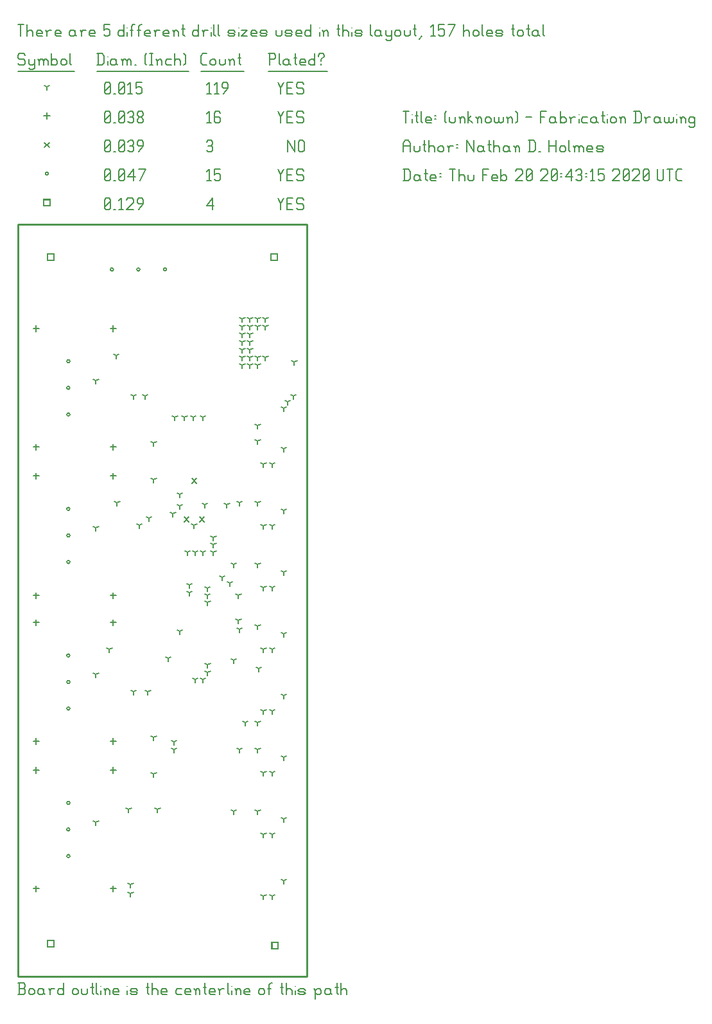
<source format=gbr>
G04 start of page 13 for group -3984 idx -3984 *
G04 Title: (unknown), fab *
G04 Creator: pcb 4.0.2 *
G04 CreationDate: Thu Feb 20 20:43:15 2020 UTC *
G04 For: ndholmes *
G04 Format: Gerber/RS-274X *
G04 PCB-Dimensions (mil): 1500.00 3900.00 *
G04 PCB-Coordinate-Origin: lower left *
%MOIN*%
%FSLAX25Y25*%
%LNFAB*%
%ADD67C,0.0100*%
%ADD66C,0.0075*%
%ADD65C,0.0060*%
%ADD64R,0.0080X0.0080*%
G54D64*X131400Y374600D02*X134600D01*
X131400D02*Y371400D01*
X134600D01*
Y374600D02*Y371400D01*
X131900Y17600D02*X135100D01*
X131900D02*Y14400D01*
X135100D01*
Y17600D02*Y14400D01*
X15400Y18600D02*X18600D01*
X15400D02*Y15400D01*
X18600D01*
Y18600D02*Y15400D01*
X15400Y374600D02*X18600D01*
X15400D02*Y371400D01*
X18600D01*
Y374600D02*Y371400D01*
X13400Y402850D02*X16600D01*
X13400D02*Y399650D01*
X16600D01*
Y402850D02*Y399650D01*
G54D65*X135000Y403500D02*X136500Y400500D01*
X138000Y403500D01*
X136500Y400500D02*Y397500D01*
X139800Y400800D02*X142050D01*
X139800Y397500D02*X142800D01*
X139800Y403500D02*Y397500D01*
Y403500D02*X142800D01*
X147600D02*X148350Y402750D01*
X145350Y403500D02*X147600D01*
X144600Y402750D02*X145350Y403500D01*
X144600Y402750D02*Y401250D01*
X145350Y400500D01*
X147600D01*
X148350Y399750D01*
Y398250D01*
X147600Y397500D02*X148350Y398250D01*
X145350Y397500D02*X147600D01*
X144600Y398250D02*X145350Y397500D01*
X98000Y399750D02*X101000Y403500D01*
X98000Y399750D02*X101750D01*
X101000Y403500D02*Y397500D01*
X45000Y398250D02*X45750Y397500D01*
X45000Y402750D02*Y398250D01*
Y402750D02*X45750Y403500D01*
X47250D01*
X48000Y402750D01*
Y398250D01*
X47250Y397500D02*X48000Y398250D01*
X45750Y397500D02*X47250D01*
X45000Y399000D02*X48000Y402000D01*
X49800Y397500D02*X50550D01*
X52350Y402300D02*X53550Y403500D01*
Y397500D01*
X52350D02*X54600D01*
X56400Y402750D02*X57150Y403500D01*
X59400D01*
X60150Y402750D01*
Y401250D01*
X56400Y397500D02*X60150Y401250D01*
X56400Y397500D02*X60150D01*
X62700D02*X64950Y400500D01*
Y402750D02*Y400500D01*
X64200Y403500D02*X64950Y402750D01*
X62700Y403500D02*X64200D01*
X61950Y402750D02*X62700Y403500D01*
X61950Y402750D02*Y401250D01*
X62700Y400500D01*
X64950D01*
X25373Y318945D02*G75*G03X26973Y318945I800J0D01*G01*
G75*G03X25373Y318945I-800J0D01*G01*
Y305165D02*G75*G03X26973Y305165I800J0D01*G01*
G75*G03X25373Y305165I-800J0D01*G01*
Y291386D02*G75*G03X26973Y291386I800J0D01*G01*
G75*G03X25373Y291386I-800J0D01*G01*
Y242445D02*G75*G03X26973Y242445I800J0D01*G01*
G75*G03X25373Y242445I-800J0D01*G01*
Y228665D02*G75*G03X26973Y228665I800J0D01*G01*
G75*G03X25373Y228665I-800J0D01*G01*
Y214886D02*G75*G03X26973Y214886I800J0D01*G01*
G75*G03X25373Y214886I-800J0D01*G01*
Y166445D02*G75*G03X26973Y166445I800J0D01*G01*
G75*G03X25373Y166445I-800J0D01*G01*
Y152665D02*G75*G03X26973Y152665I800J0D01*G01*
G75*G03X25373Y152665I-800J0D01*G01*
Y138886D02*G75*G03X26973Y138886I800J0D01*G01*
G75*G03X25373Y138886I-800J0D01*G01*
Y89945D02*G75*G03X26973Y89945I800J0D01*G01*
G75*G03X25373Y89945I-800J0D01*G01*
Y76165D02*G75*G03X26973Y76165I800J0D01*G01*
G75*G03X25373Y76165I-800J0D01*G01*
Y62386D02*G75*G03X26973Y62386I800J0D01*G01*
G75*G03X25373Y62386I-800J0D01*G01*
X75527Y366555D02*G75*G03X77127Y366555I800J0D01*G01*
G75*G03X75527Y366555I-800J0D01*G01*
X61747D02*G75*G03X63347Y366555I800J0D01*G01*
G75*G03X61747Y366555I-800J0D01*G01*
X47968D02*G75*G03X49568Y366555I800J0D01*G01*
G75*G03X47968Y366555I-800J0D01*G01*
X14200Y416250D02*G75*G03X15800Y416250I800J0D01*G01*
G75*G03X14200Y416250I-800J0D01*G01*
X135000Y418500D02*X136500Y415500D01*
X138000Y418500D01*
X136500Y415500D02*Y412500D01*
X139800Y415800D02*X142050D01*
X139800Y412500D02*X142800D01*
X139800Y418500D02*Y412500D01*
Y418500D02*X142800D01*
X147600D02*X148350Y417750D01*
X145350Y418500D02*X147600D01*
X144600Y417750D02*X145350Y418500D01*
X144600Y417750D02*Y416250D01*
X145350Y415500D01*
X147600D01*
X148350Y414750D01*
Y413250D01*
X147600Y412500D02*X148350Y413250D01*
X145350Y412500D02*X147600D01*
X144600Y413250D02*X145350Y412500D01*
X98000Y417300D02*X99200Y418500D01*
Y412500D01*
X98000D02*X100250D01*
X102050Y418500D02*X105050D01*
X102050D02*Y415500D01*
X102800Y416250D01*
X104300D01*
X105050Y415500D01*
Y413250D01*
X104300Y412500D02*X105050Y413250D01*
X102800Y412500D02*X104300D01*
X102050Y413250D02*X102800Y412500D01*
X45000Y413250D02*X45750Y412500D01*
X45000Y417750D02*Y413250D01*
Y417750D02*X45750Y418500D01*
X47250D01*
X48000Y417750D01*
Y413250D01*
X47250Y412500D02*X48000Y413250D01*
X45750Y412500D02*X47250D01*
X45000Y414000D02*X48000Y417000D01*
X49800Y412500D02*X50550D01*
X52350Y413250D02*X53100Y412500D01*
X52350Y417750D02*Y413250D01*
Y417750D02*X53100Y418500D01*
X54600D01*
X55350Y417750D01*
Y413250D01*
X54600Y412500D02*X55350Y413250D01*
X53100Y412500D02*X54600D01*
X52350Y414000D02*X55350Y417000D01*
X57150Y414750D02*X60150Y418500D01*
X57150Y414750D02*X60900D01*
X60150Y418500D02*Y412500D01*
X63450D02*X66450Y418500D01*
X62700D02*X66450D01*
X90300Y258200D02*X92700Y255800D01*
X90300D02*X92700Y258200D01*
X94300Y238200D02*X96700Y235800D01*
X94300D02*X96700Y238200D01*
X86300D02*X88700Y235800D01*
X86300D02*X88700Y238200D01*
X13800Y432450D02*X16200Y430050D01*
X13800D02*X16200Y432450D01*
X140000Y433500D02*Y427500D01*
Y433500D02*X143750Y427500D01*
Y433500D02*Y427500D01*
X145550Y432750D02*Y428250D01*
Y432750D02*X146300Y433500D01*
X147800D01*
X148550Y432750D01*
Y428250D01*
X147800Y427500D02*X148550Y428250D01*
X146300Y427500D02*X147800D01*
X145550Y428250D02*X146300Y427500D01*
X98000Y432750D02*X98750Y433500D01*
X100250D01*
X101000Y432750D01*
X100250Y427500D02*X101000Y428250D01*
X98750Y427500D02*X100250D01*
X98000Y428250D02*X98750Y427500D01*
Y430800D02*X100250D01*
X101000Y432750D02*Y431550D01*
Y430050D02*Y428250D01*
Y430050D02*X100250Y430800D01*
X101000Y431550D02*X100250Y430800D01*
X45000Y428250D02*X45750Y427500D01*
X45000Y432750D02*Y428250D01*
Y432750D02*X45750Y433500D01*
X47250D01*
X48000Y432750D01*
Y428250D01*
X47250Y427500D02*X48000Y428250D01*
X45750Y427500D02*X47250D01*
X45000Y429000D02*X48000Y432000D01*
X49800Y427500D02*X50550D01*
X52350Y428250D02*X53100Y427500D01*
X52350Y432750D02*Y428250D01*
Y432750D02*X53100Y433500D01*
X54600D01*
X55350Y432750D01*
Y428250D01*
X54600Y427500D02*X55350Y428250D01*
X53100Y427500D02*X54600D01*
X52350Y429000D02*X55350Y432000D01*
X57150Y432750D02*X57900Y433500D01*
X59400D01*
X60150Y432750D01*
X59400Y427500D02*X60150Y428250D01*
X57900Y427500D02*X59400D01*
X57150Y428250D02*X57900Y427500D01*
Y430800D02*X59400D01*
X60150Y432750D02*Y431550D01*
Y430050D02*Y428250D01*
Y430050D02*X59400Y430800D01*
X60150Y431550D02*X59400Y430800D01*
X62700Y427500D02*X64950Y430500D01*
Y432750D02*Y430500D01*
X64200Y433500D02*X64950Y432750D01*
X62700Y433500D02*X64200D01*
X61950Y432750D02*X62700Y433500D01*
X61950Y432750D02*Y431250D01*
X62700Y430500D01*
X64950D01*
X49500Y337600D02*Y334400D01*
X47900Y336000D02*X51100D01*
X9500Y337600D02*Y334400D01*
X7900Y336000D02*X11100D01*
X49500Y276100D02*Y272900D01*
X47900Y274500D02*X51100D01*
X9500Y276100D02*Y272900D01*
X7900Y274500D02*X11100D01*
X49500Y261100D02*Y257900D01*
X47900Y259500D02*X51100D01*
X9500Y261100D02*Y257900D01*
X7900Y259500D02*X11100D01*
X49500Y47100D02*Y43900D01*
X47900Y45500D02*X51100D01*
X9500Y47100D02*Y43900D01*
X7900Y45500D02*X11100D01*
X49500Y199100D02*Y195900D01*
X47900Y197500D02*X51100D01*
X9500Y199100D02*Y195900D01*
X7900Y197500D02*X11100D01*
X49500Y185100D02*Y181900D01*
X47900Y183500D02*X51100D01*
X9500Y185100D02*Y181900D01*
X7900Y183500D02*X11100D01*
X49500Y123600D02*Y120400D01*
X47900Y122000D02*X51100D01*
X9500Y123600D02*Y120400D01*
X7900Y122000D02*X11100D01*
X49500Y108600D02*Y105400D01*
X47900Y107000D02*X51100D01*
X9500Y108600D02*Y105400D01*
X7900Y107000D02*X11100D01*
X15000Y447850D02*Y444650D01*
X13400Y446250D02*X16600D01*
X135000Y448500D02*X136500Y445500D01*
X138000Y448500D01*
X136500Y445500D02*Y442500D01*
X139800Y445800D02*X142050D01*
X139800Y442500D02*X142800D01*
X139800Y448500D02*Y442500D01*
Y448500D02*X142800D01*
X147600D02*X148350Y447750D01*
X145350Y448500D02*X147600D01*
X144600Y447750D02*X145350Y448500D01*
X144600Y447750D02*Y446250D01*
X145350Y445500D01*
X147600D01*
X148350Y444750D01*
Y443250D01*
X147600Y442500D02*X148350Y443250D01*
X145350Y442500D02*X147600D01*
X144600Y443250D02*X145350Y442500D01*
X98000Y447300D02*X99200Y448500D01*
Y442500D01*
X98000D02*X100250D01*
X104300Y448500D02*X105050Y447750D01*
X102800Y448500D02*X104300D01*
X102050Y447750D02*X102800Y448500D01*
X102050Y447750D02*Y443250D01*
X102800Y442500D01*
X104300Y445800D02*X105050Y445050D01*
X102050Y445800D02*X104300D01*
X102800Y442500D02*X104300D01*
X105050Y443250D01*
Y445050D02*Y443250D01*
X45000D02*X45750Y442500D01*
X45000Y447750D02*Y443250D01*
Y447750D02*X45750Y448500D01*
X47250D01*
X48000Y447750D01*
Y443250D01*
X47250Y442500D02*X48000Y443250D01*
X45750Y442500D02*X47250D01*
X45000Y444000D02*X48000Y447000D01*
X49800Y442500D02*X50550D01*
X52350Y443250D02*X53100Y442500D01*
X52350Y447750D02*Y443250D01*
Y447750D02*X53100Y448500D01*
X54600D01*
X55350Y447750D01*
Y443250D01*
X54600Y442500D02*X55350Y443250D01*
X53100Y442500D02*X54600D01*
X52350Y444000D02*X55350Y447000D01*
X57150Y447750D02*X57900Y448500D01*
X59400D01*
X60150Y447750D01*
X59400Y442500D02*X60150Y443250D01*
X57900Y442500D02*X59400D01*
X57150Y443250D02*X57900Y442500D01*
Y445800D02*X59400D01*
X60150Y447750D02*Y446550D01*
Y445050D02*Y443250D01*
Y445050D02*X59400Y445800D01*
X60150Y446550D02*X59400Y445800D01*
X61950Y443250D02*X62700Y442500D01*
X61950Y444450D02*Y443250D01*
Y444450D02*X63000Y445500D01*
X63900D01*
X64950Y444450D01*
Y443250D01*
X64200Y442500D02*X64950Y443250D01*
X62700Y442500D02*X64200D01*
X61950Y446550D02*X63000Y445500D01*
X61950Y447750D02*Y446550D01*
Y447750D02*X62700Y448500D01*
X64200D01*
X64950Y447750D01*
Y446550D01*
X63900Y445500D02*X64950Y446550D01*
X40500Y232500D02*Y230900D01*
Y232500D02*X41887Y233300D01*
X40500Y232500D02*X39113Y233300D01*
X51500Y245500D02*Y243900D01*
Y245500D02*X52887Y246300D01*
X51500Y245500D02*X50113Y246300D01*
X51000Y322000D02*Y320400D01*
Y322000D02*X52387Y322800D01*
X51000Y322000D02*X49613Y322800D01*
X40500Y309000D02*Y307400D01*
Y309000D02*X41887Y309800D01*
X40500Y309000D02*X39113Y309800D01*
X40500Y156500D02*Y154900D01*
Y156500D02*X41887Y157300D01*
X40500Y156500D02*X39113Y157300D01*
X40500Y80000D02*Y78400D01*
Y80000D02*X41887Y80800D01*
X40500Y80000D02*X39113Y80800D01*
X60000Y147500D02*Y145900D01*
Y147500D02*X61387Y148300D01*
X60000Y147500D02*X58613Y148300D01*
X47500Y169500D02*Y167900D01*
Y169500D02*X48887Y170300D01*
X47500Y169500D02*X46113Y170300D01*
X67500Y147500D02*Y145900D01*
Y147500D02*X68887Y148300D01*
X67500Y147500D02*X66113Y148300D01*
X57500Y86500D02*Y84900D01*
Y86500D02*X58887Y87300D01*
X57500Y86500D02*X56113Y87300D01*
X72500Y86500D02*Y84900D01*
Y86500D02*X73887Y87300D01*
X72500Y86500D02*X71113Y87300D01*
X70500Y124000D02*Y122400D01*
Y124000D02*X71887Y124800D01*
X70500Y124000D02*X69113Y124800D01*
X70500Y105000D02*Y103400D01*
Y105000D02*X71887Y105800D01*
X70500Y105000D02*X69113Y105800D01*
X70500Y276500D02*Y274900D01*
Y276500D02*X71887Y277300D01*
X70500Y276500D02*X69113Y277300D01*
X70500Y257500D02*Y255900D01*
Y257500D02*X71887Y258300D01*
X70500Y257500D02*X69113Y258300D01*
X60000Y301000D02*Y299400D01*
Y301000D02*X61387Y301800D01*
X60000Y301000D02*X58613Y301800D01*
X89000Y199000D02*Y197400D01*
Y199000D02*X90387Y199800D01*
X89000Y199000D02*X87613Y199800D01*
X89000Y203000D02*Y201400D01*
Y203000D02*X90387Y203800D01*
X89000Y203000D02*X87613Y203800D01*
X132000Y201500D02*Y199900D01*
Y201500D02*X133387Y202300D01*
X132000Y201500D02*X130613Y202300D01*
X127500Y201500D02*Y199900D01*
Y201500D02*X128887Y202300D01*
X127500Y201500D02*X126113Y202300D01*
X132000Y169500D02*Y167900D01*
Y169500D02*X133387Y170300D01*
X132000Y169500D02*X130613Y170300D01*
X127500Y169500D02*Y167900D01*
Y169500D02*X128887Y170300D01*
X127500Y169500D02*X126113Y170300D01*
X132000Y137500D02*Y135900D01*
Y137500D02*X133387Y138300D01*
X132000Y137500D02*X130613Y138300D01*
X127500Y137500D02*Y135900D01*
Y137500D02*X128887Y138300D01*
X127500Y137500D02*X126113Y138300D01*
X132000Y105500D02*Y103900D01*
Y105500D02*X133387Y106300D01*
X132000Y105500D02*X130613Y106300D01*
X127500Y105500D02*Y103900D01*
Y105500D02*X128887Y106300D01*
X127500Y105500D02*X126113Y106300D01*
X132000Y73500D02*Y71900D01*
Y73500D02*X133387Y74300D01*
X132000Y73500D02*X130613Y74300D01*
X127500Y73500D02*Y71900D01*
Y73500D02*X128887Y74300D01*
X127500Y73500D02*X126113Y74300D01*
X132000Y41500D02*Y39900D01*
Y41500D02*X133387Y42300D01*
X132000Y41500D02*X130613Y42300D01*
X127500Y41500D02*Y39900D01*
Y41500D02*X128887Y42300D01*
X127500Y41500D02*X126113Y42300D01*
X132000Y233500D02*Y231900D01*
Y233500D02*X133387Y234300D01*
X132000Y233500D02*X130613Y234300D01*
X127500Y233500D02*Y231900D01*
Y233500D02*X128887Y234300D01*
X127500Y233500D02*X126113Y234300D01*
X132000Y265500D02*Y263900D01*
Y265500D02*X133387Y266300D01*
X132000Y265500D02*X130613Y266300D01*
X127500Y265500D02*Y263900D01*
Y265500D02*X128887Y266300D01*
X127500Y265500D02*X126113Y266300D01*
X124500Y245500D02*Y243900D01*
Y245500D02*X125887Y246300D01*
X124500Y245500D02*X123113Y246300D01*
X124500Y213500D02*Y211900D01*
Y213500D02*X125887Y214300D01*
X124500Y213500D02*X123113Y214300D01*
X124500Y117500D02*Y115900D01*
Y117500D02*X125887Y118300D01*
X124500Y117500D02*X123113Y118300D01*
X115000Y117500D02*Y115900D01*
Y117500D02*X116387Y118300D01*
X115000Y117500D02*X113613Y118300D01*
X112000Y85500D02*Y83900D01*
Y85500D02*X113387Y86300D01*
X112000Y85500D02*X110613Y86300D01*
X124500Y85500D02*Y83900D01*
Y85500D02*X125887Y86300D01*
X124500Y85500D02*X123113Y86300D01*
X115000Y245500D02*Y243900D01*
Y245500D02*X116387Y246300D01*
X115000Y245500D02*X113613Y246300D01*
X124500Y181500D02*Y179900D01*
Y181500D02*X125887Y182300D01*
X124500Y181500D02*X123113Y182300D01*
X114500Y197500D02*Y195900D01*
Y197500D02*X115887Y198300D01*
X114500Y197500D02*X113113Y198300D01*
X112000Y213500D02*Y211900D01*
Y213500D02*X113387Y214300D01*
X112000Y213500D02*X110613Y214300D01*
X124500Y131500D02*Y129900D01*
Y131500D02*X125887Y132300D01*
X124500Y131500D02*X123113Y132300D01*
X118000Y131500D02*Y129900D01*
Y131500D02*X119387Y132300D01*
X118000Y131500D02*X116613Y132300D01*
X115000Y180000D02*Y178400D01*
Y180000D02*X116387Y180800D01*
X115000Y180000D02*X113613Y180800D01*
X110000Y204000D02*Y202400D01*
Y204000D02*X111387Y204800D01*
X110000Y204000D02*X108613Y204800D01*
X106000Y207000D02*Y205400D01*
Y207000D02*X107387Y207800D01*
X106000Y207000D02*X104613Y207800D01*
X58500Y47500D02*Y45900D01*
Y47500D02*X59887Y48300D01*
X58500Y47500D02*X57113Y48300D01*
X58500Y43000D02*Y41400D01*
Y43000D02*X59887Y43800D01*
X58500Y43000D02*X57113Y43800D01*
X81000Y121500D02*Y119900D01*
Y121500D02*X82387Y122300D01*
X81000Y121500D02*X79613Y122300D01*
X81000Y117500D02*Y115900D01*
Y117500D02*X82387Y118300D01*
X81000Y117500D02*X79613Y118300D01*
X120500Y333000D02*Y331400D01*
Y333000D02*X121887Y333800D01*
X120500Y333000D02*X119113Y333800D01*
X120500Y329000D02*Y327400D01*
Y329000D02*X121887Y329800D01*
X120500Y329000D02*X119113Y329800D01*
X120500Y325000D02*Y323400D01*
Y325000D02*X121887Y325800D01*
X120500Y325000D02*X119113Y325800D01*
X116500Y333000D02*Y331400D01*
Y333000D02*X117887Y333800D01*
X116500Y333000D02*X115113Y333800D01*
X116500Y329000D02*Y327400D01*
Y329000D02*X117887Y329800D01*
X116500Y329000D02*X115113Y329800D01*
X116500Y325000D02*Y323400D01*
Y325000D02*X117887Y325800D01*
X116500Y325000D02*X115113Y325800D01*
X128500Y341000D02*Y339400D01*
Y341000D02*X129887Y341800D01*
X128500Y341000D02*X127113Y341800D01*
X124500Y337000D02*Y335400D01*
Y337000D02*X125887Y337800D01*
X124500Y337000D02*X123113Y337800D01*
X120500Y337000D02*Y335400D01*
Y337000D02*X121887Y337800D01*
X120500Y337000D02*X119113Y337800D01*
X124500Y341000D02*Y339400D01*
Y341000D02*X125887Y341800D01*
X124500Y341000D02*X123113Y341800D01*
X128500Y337000D02*Y335400D01*
Y337000D02*X129887Y337800D01*
X128500Y337000D02*X127113Y337800D01*
X116500Y337000D02*Y335400D01*
Y337000D02*X117887Y337800D01*
X116500Y337000D02*X115113Y337800D01*
X120500Y341000D02*Y339400D01*
Y341000D02*X121887Y341800D01*
X120500Y341000D02*X119113Y341800D01*
X116500Y341000D02*Y339400D01*
Y341000D02*X117887Y341800D01*
X116500Y341000D02*X115113Y341800D01*
X120500Y321000D02*Y319400D01*
Y321000D02*X121887Y321800D01*
X120500Y321000D02*X119113Y321800D01*
X116500Y321000D02*Y319400D01*
Y321000D02*X117887Y321800D01*
X116500Y321000D02*X115113Y321800D01*
X120500Y317000D02*Y315400D01*
Y317000D02*X121887Y317800D01*
X120500Y317000D02*X119113Y317800D01*
X116500Y317000D02*Y315400D01*
Y317000D02*X117887Y317800D01*
X116500Y317000D02*X115113Y317800D01*
X128500Y321000D02*Y319400D01*
Y321000D02*X129887Y321800D01*
X128500Y321000D02*X127113Y321800D01*
X124500Y321000D02*Y319400D01*
Y321000D02*X125887Y321800D01*
X124500Y321000D02*X123113Y321800D01*
X124500Y317000D02*Y315400D01*
Y317000D02*X125887Y317800D01*
X124500Y317000D02*X123113Y317800D01*
X143000Y301000D02*Y299400D01*
Y301000D02*X144387Y301800D01*
X143000Y301000D02*X141613Y301800D01*
X143500Y318500D02*Y316900D01*
Y318500D02*X144887Y319300D01*
X143500Y318500D02*X142113Y319300D01*
X140000Y298000D02*Y296400D01*
Y298000D02*X141387Y298800D01*
X140000Y298000D02*X138613Y298800D01*
X138000Y294500D02*Y292900D01*
Y294500D02*X139387Y295300D01*
X138000Y294500D02*X136613Y295300D01*
X138000Y273500D02*Y271900D01*
Y273500D02*X139387Y274300D01*
X138000Y273500D02*X136613Y274300D01*
X138000Y241500D02*Y239900D01*
Y241500D02*X139387Y242300D01*
X138000Y241500D02*X136613Y242300D01*
X138000Y209500D02*Y207900D01*
Y209500D02*X139387Y210300D01*
X138000Y209500D02*X136613Y210300D01*
X138000Y177500D02*Y175900D01*
Y177500D02*X139387Y178300D01*
X138000Y177500D02*X136613Y178300D01*
X138000Y145500D02*Y143900D01*
Y145500D02*X139387Y146300D01*
X138000Y145500D02*X136613Y146300D01*
X138000Y113500D02*Y111900D01*
Y113500D02*X139387Y114300D01*
X138000Y113500D02*X136613Y114300D01*
X138000Y81500D02*Y79900D01*
Y81500D02*X139387Y82300D01*
X138000Y81500D02*X136613Y82300D01*
X138000Y49500D02*Y47900D01*
Y49500D02*X139387Y50300D01*
X138000Y49500D02*X136613Y50300D01*
X78000Y165000D02*Y163400D01*
Y165000D02*X79387Y165800D01*
X78000Y165000D02*X76613Y165800D01*
X84000Y179000D02*Y177400D01*
Y179000D02*X85387Y179800D01*
X84000Y179000D02*X82613Y179800D01*
X112000Y164000D02*Y162400D01*
Y164000D02*X113387Y164800D01*
X112000Y164000D02*X110613Y164800D01*
X125000Y159500D02*Y157900D01*
Y159500D02*X126387Y160300D01*
X125000Y159500D02*X123613Y160300D01*
X101500Y227500D02*Y225900D01*
Y227500D02*X102887Y228300D01*
X101500Y227500D02*X100113Y228300D01*
X101500Y224000D02*Y222400D01*
Y224000D02*X102887Y224800D01*
X101500Y224000D02*X100113Y224800D01*
X101500Y220000D02*Y218400D01*
Y220000D02*X102887Y220800D01*
X101500Y220000D02*X100113Y220800D01*
X98500Y194000D02*Y192400D01*
Y194000D02*X99887Y194800D01*
X98500Y194000D02*X97113Y194800D01*
X98400Y197600D02*Y196000D01*
Y197600D02*X99787Y198400D01*
X98400Y197600D02*X97013Y198400D01*
X98400Y201200D02*Y199600D01*
Y201200D02*X99787Y202000D01*
X98400Y201200D02*X97013Y202000D01*
X66000Y301000D02*Y299400D01*
Y301000D02*X67387Y301800D01*
X66000Y301000D02*X64613Y301800D01*
X96000Y290000D02*Y288400D01*
Y290000D02*X97387Y290800D01*
X96000Y290000D02*X94613Y290800D01*
X86500Y290000D02*Y288400D01*
Y290000D02*X87887Y290800D01*
X86500Y290000D02*X85113Y290800D01*
X81500Y290000D02*Y288400D01*
Y290000D02*X82887Y290800D01*
X81500Y290000D02*X80113Y290800D01*
X91000Y290000D02*Y288400D01*
Y290000D02*X92387Y290800D01*
X91000Y290000D02*X89613Y290800D01*
X63000Y234000D02*Y232400D01*
Y234000D02*X64387Y234800D01*
X63000Y234000D02*X61613Y234800D01*
X68000Y237500D02*Y235900D01*
Y237500D02*X69387Y238300D01*
X68000Y237500D02*X66613Y238300D01*
X88000Y220000D02*Y218400D01*
Y220000D02*X89387Y220800D01*
X88000Y220000D02*X86613Y220800D01*
X92000Y220000D02*Y218400D01*
Y220000D02*X93387Y220800D01*
X92000Y220000D02*X90613Y220800D01*
X96000Y220000D02*Y218400D01*
Y220000D02*X97387Y220800D01*
X96000Y220000D02*X94613Y220800D01*
X124500Y285500D02*Y283900D01*
Y285500D02*X125887Y286300D01*
X124500Y285500D02*X123113Y286300D01*
X124500Y277500D02*Y275900D01*
Y277500D02*X125887Y278300D01*
X124500Y277500D02*X123113Y278300D01*
X84000Y250000D02*Y248400D01*
Y250000D02*X85387Y250800D01*
X84000Y250000D02*X82613Y250800D01*
X91500Y234000D02*Y232400D01*
Y234000D02*X92887Y234800D01*
X91500Y234000D02*X90113Y234800D01*
X84000Y244000D02*Y242400D01*
Y244000D02*X85387Y244800D01*
X84000Y244000D02*X82613Y244800D01*
X108500Y244500D02*Y242900D01*
Y244500D02*X109887Y245300D01*
X108500Y244500D02*X107113Y245300D01*
X80500Y240000D02*Y238400D01*
Y240000D02*X81887Y240800D01*
X80500Y240000D02*X79113Y240800D01*
X97000Y244500D02*Y242900D01*
Y244500D02*X98387Y245300D01*
X97000Y244500D02*X95613Y245300D01*
X98500Y161500D02*Y159900D01*
Y161500D02*X99887Y162300D01*
X98500Y161500D02*X97113Y162300D01*
X98500Y157500D02*Y155900D01*
Y157500D02*X99887Y158300D01*
X98500Y157500D02*X97113Y158300D01*
X92000Y154000D02*Y152400D01*
Y154000D02*X93387Y154800D01*
X92000Y154000D02*X90613Y154800D01*
X96000Y154000D02*Y152400D01*
Y154000D02*X97387Y154800D01*
X96000Y154000D02*X94613Y154800D01*
X114500Y184500D02*Y182900D01*
Y184500D02*X115887Y185300D01*
X114500Y184500D02*X113113Y185300D01*
X15000Y461250D02*Y459650D01*
Y461250D02*X16387Y462050D01*
X15000Y461250D02*X13613Y462050D01*
X135000Y463500D02*X136500Y460500D01*
X138000Y463500D01*
X136500Y460500D02*Y457500D01*
X139800Y460800D02*X142050D01*
X139800Y457500D02*X142800D01*
X139800Y463500D02*Y457500D01*
Y463500D02*X142800D01*
X147600D02*X148350Y462750D01*
X145350Y463500D02*X147600D01*
X144600Y462750D02*X145350Y463500D01*
X144600Y462750D02*Y461250D01*
X145350Y460500D01*
X147600D01*
X148350Y459750D01*
Y458250D01*
X147600Y457500D02*X148350Y458250D01*
X145350Y457500D02*X147600D01*
X144600Y458250D02*X145350Y457500D01*
X98000Y462300D02*X99200Y463500D01*
Y457500D01*
X98000D02*X100250D01*
X102050Y462300D02*X103250Y463500D01*
Y457500D01*
X102050D02*X104300D01*
X106850D02*X109100Y460500D01*
Y462750D02*Y460500D01*
X108350Y463500D02*X109100Y462750D01*
X106850Y463500D02*X108350D01*
X106100Y462750D02*X106850Y463500D01*
X106100Y462750D02*Y461250D01*
X106850Y460500D01*
X109100D01*
X45000Y458250D02*X45750Y457500D01*
X45000Y462750D02*Y458250D01*
Y462750D02*X45750Y463500D01*
X47250D01*
X48000Y462750D01*
Y458250D01*
X47250Y457500D02*X48000Y458250D01*
X45750Y457500D02*X47250D01*
X45000Y459000D02*X48000Y462000D01*
X49800Y457500D02*X50550D01*
X52350Y458250D02*X53100Y457500D01*
X52350Y462750D02*Y458250D01*
Y462750D02*X53100Y463500D01*
X54600D01*
X55350Y462750D01*
Y458250D01*
X54600Y457500D02*X55350Y458250D01*
X53100Y457500D02*X54600D01*
X52350Y459000D02*X55350Y462000D01*
X57150Y462300D02*X58350Y463500D01*
Y457500D01*
X57150D02*X59400D01*
X61200Y463500D02*X64200D01*
X61200D02*Y460500D01*
X61950Y461250D01*
X63450D01*
X64200Y460500D01*
Y458250D01*
X63450Y457500D02*X64200Y458250D01*
X61950Y457500D02*X63450D01*
X61200Y458250D02*X61950Y457500D01*
X3000Y478500D02*X3750Y477750D01*
X750Y478500D02*X3000D01*
X0Y477750D02*X750Y478500D01*
X0Y477750D02*Y476250D01*
X750Y475500D01*
X3000D01*
X3750Y474750D01*
Y473250D01*
X3000Y472500D02*X3750Y473250D01*
X750Y472500D02*X3000D01*
X0Y473250D02*X750Y472500D01*
X5550Y475500D02*Y473250D01*
X6300Y472500D01*
X8550Y475500D02*Y471000D01*
X7800Y470250D02*X8550Y471000D01*
X6300Y470250D02*X7800D01*
X5550Y471000D02*X6300Y470250D01*
Y472500D02*X7800D01*
X8550Y473250D01*
X11100Y474750D02*Y472500D01*
Y474750D02*X11850Y475500D01*
X12600D01*
X13350Y474750D01*
Y472500D01*
Y474750D02*X14100Y475500D01*
X14850D01*
X15600Y474750D01*
Y472500D01*
X10350Y475500D02*X11100Y474750D01*
X17400Y478500D02*Y472500D01*
Y473250D02*X18150Y472500D01*
X19650D01*
X20400Y473250D01*
Y474750D02*Y473250D01*
X19650Y475500D02*X20400Y474750D01*
X18150Y475500D02*X19650D01*
X17400Y474750D02*X18150Y475500D01*
X22200Y474750D02*Y473250D01*
Y474750D02*X22950Y475500D01*
X24450D01*
X25200Y474750D01*
Y473250D01*
X24450Y472500D02*X25200Y473250D01*
X22950Y472500D02*X24450D01*
X22200Y473250D02*X22950Y472500D01*
X27000Y478500D02*Y473250D01*
X27750Y472500D01*
X0Y469250D02*X29250D01*
X41750Y478500D02*Y472500D01*
X43700Y478500D02*X44750Y477450D01*
Y473550D01*
X43700Y472500D02*X44750Y473550D01*
X41000Y472500D02*X43700D01*
X41000Y478500D02*X43700D01*
G54D66*X46550Y477000D02*Y476850D01*
G54D65*Y474750D02*Y472500D01*
X50300Y475500D02*X51050Y474750D01*
X48800Y475500D02*X50300D01*
X48050Y474750D02*X48800Y475500D01*
X48050Y474750D02*Y473250D01*
X48800Y472500D01*
X51050Y475500D02*Y473250D01*
X51800Y472500D01*
X48800D02*X50300D01*
X51050Y473250D01*
X54350Y474750D02*Y472500D01*
Y474750D02*X55100Y475500D01*
X55850D01*
X56600Y474750D01*
Y472500D01*
Y474750D02*X57350Y475500D01*
X58100D01*
X58850Y474750D01*
Y472500D01*
X53600Y475500D02*X54350Y474750D01*
X60650Y472500D02*X61400D01*
X65900Y473250D02*X66650Y472500D01*
X65900Y477750D02*X66650Y478500D01*
X65900Y477750D02*Y473250D01*
X68450Y478500D02*X69950D01*
X69200D02*Y472500D01*
X68450D02*X69950D01*
X72500Y474750D02*Y472500D01*
Y474750D02*X73250Y475500D01*
X74000D01*
X74750Y474750D01*
Y472500D01*
X71750Y475500D02*X72500Y474750D01*
X77300Y475500D02*X79550D01*
X76550Y474750D02*X77300Y475500D01*
X76550Y474750D02*Y473250D01*
X77300Y472500D01*
X79550D01*
X81350Y478500D02*Y472500D01*
Y474750D02*X82100Y475500D01*
X83600D01*
X84350Y474750D01*
Y472500D01*
X86150Y478500D02*X86900Y477750D01*
Y473250D01*
X86150Y472500D02*X86900Y473250D01*
X41000Y469250D02*X88700D01*
X96050Y472500D02*X98000D01*
X95000Y473550D02*X96050Y472500D01*
X95000Y477450D02*Y473550D01*
Y477450D02*X96050Y478500D01*
X98000D01*
X99800Y474750D02*Y473250D01*
Y474750D02*X100550Y475500D01*
X102050D01*
X102800Y474750D01*
Y473250D01*
X102050Y472500D02*X102800Y473250D01*
X100550Y472500D02*X102050D01*
X99800Y473250D02*X100550Y472500D01*
X104600Y475500D02*Y473250D01*
X105350Y472500D01*
X106850D01*
X107600Y473250D01*
Y475500D02*Y473250D01*
X110150Y474750D02*Y472500D01*
Y474750D02*X110900Y475500D01*
X111650D01*
X112400Y474750D01*
Y472500D01*
X109400Y475500D02*X110150Y474750D01*
X114950Y478500D02*Y473250D01*
X115700Y472500D01*
X114200Y476250D02*X115700D01*
X95000Y469250D02*X117200D01*
X130750Y478500D02*Y472500D01*
X130000Y478500D02*X133000D01*
X133750Y477750D01*
Y476250D01*
X133000Y475500D02*X133750Y476250D01*
X130750Y475500D02*X133000D01*
X135550Y478500D02*Y473250D01*
X136300Y472500D01*
X140050Y475500D02*X140800Y474750D01*
X138550Y475500D02*X140050D01*
X137800Y474750D02*X138550Y475500D01*
X137800Y474750D02*Y473250D01*
X138550Y472500D01*
X140800Y475500D02*Y473250D01*
X141550Y472500D01*
X138550D02*X140050D01*
X140800Y473250D01*
X144100Y478500D02*Y473250D01*
X144850Y472500D01*
X143350Y476250D02*X144850D01*
X147100Y472500D02*X149350D01*
X146350Y473250D02*X147100Y472500D01*
X146350Y474750D02*Y473250D01*
Y474750D02*X147100Y475500D01*
X148600D01*
X149350Y474750D01*
X146350Y474000D02*X149350D01*
Y474750D02*Y474000D01*
X154150Y478500D02*Y472500D01*
X153400D02*X154150Y473250D01*
X151900Y472500D02*X153400D01*
X151150Y473250D02*X151900Y472500D01*
X151150Y474750D02*Y473250D01*
Y474750D02*X151900Y475500D01*
X153400D01*
X154150Y474750D01*
X157450Y475500D02*Y474750D01*
Y473250D02*Y472500D01*
X155950Y477750D02*Y477000D01*
Y477750D02*X156700Y478500D01*
X158200D01*
X158950Y477750D01*
Y477000D01*
X157450Y475500D02*X158950Y477000D01*
X130000Y469250D02*X160750D01*
X0Y493500D02*X3000D01*
X1500D02*Y487500D01*
X4800Y493500D02*Y487500D01*
Y489750D02*X5550Y490500D01*
X7050D01*
X7800Y489750D01*
Y487500D01*
X10350D02*X12600D01*
X9600Y488250D02*X10350Y487500D01*
X9600Y489750D02*Y488250D01*
Y489750D02*X10350Y490500D01*
X11850D01*
X12600Y489750D01*
X9600Y489000D02*X12600D01*
Y489750D02*Y489000D01*
X15150Y489750D02*Y487500D01*
Y489750D02*X15900Y490500D01*
X17400D01*
X14400D02*X15150Y489750D01*
X19950Y487500D02*X22200D01*
X19200Y488250D02*X19950Y487500D01*
X19200Y489750D02*Y488250D01*
Y489750D02*X19950Y490500D01*
X21450D01*
X22200Y489750D01*
X19200Y489000D02*X22200D01*
Y489750D02*Y489000D01*
X28950Y490500D02*X29700Y489750D01*
X27450Y490500D02*X28950D01*
X26700Y489750D02*X27450Y490500D01*
X26700Y489750D02*Y488250D01*
X27450Y487500D01*
X29700Y490500D02*Y488250D01*
X30450Y487500D01*
X27450D02*X28950D01*
X29700Y488250D01*
X33000Y489750D02*Y487500D01*
Y489750D02*X33750Y490500D01*
X35250D01*
X32250D02*X33000Y489750D01*
X37800Y487500D02*X40050D01*
X37050Y488250D02*X37800Y487500D01*
X37050Y489750D02*Y488250D01*
Y489750D02*X37800Y490500D01*
X39300D01*
X40050Y489750D01*
X37050Y489000D02*X40050D01*
Y489750D02*Y489000D01*
X44550Y493500D02*X47550D01*
X44550D02*Y490500D01*
X45300Y491250D01*
X46800D01*
X47550Y490500D01*
Y488250D01*
X46800Y487500D02*X47550Y488250D01*
X45300Y487500D02*X46800D01*
X44550Y488250D02*X45300Y487500D01*
X55050Y493500D02*Y487500D01*
X54300D02*X55050Y488250D01*
X52800Y487500D02*X54300D01*
X52050Y488250D02*X52800Y487500D01*
X52050Y489750D02*Y488250D01*
Y489750D02*X52800Y490500D01*
X54300D01*
X55050Y489750D01*
G54D66*X56850Y492000D02*Y491850D01*
G54D65*Y489750D02*Y487500D01*
X59100Y492750D02*Y487500D01*
Y492750D02*X59850Y493500D01*
X60600D01*
X58350Y490500D02*X59850D01*
X62850Y492750D02*Y487500D01*
Y492750D02*X63600Y493500D01*
X64350D01*
X62100Y490500D02*X63600D01*
X66600Y487500D02*X68850D01*
X65850Y488250D02*X66600Y487500D01*
X65850Y489750D02*Y488250D01*
Y489750D02*X66600Y490500D01*
X68100D01*
X68850Y489750D01*
X65850Y489000D02*X68850D01*
Y489750D02*Y489000D01*
X71400Y489750D02*Y487500D01*
Y489750D02*X72150Y490500D01*
X73650D01*
X70650D02*X71400Y489750D01*
X76200Y487500D02*X78450D01*
X75450Y488250D02*X76200Y487500D01*
X75450Y489750D02*Y488250D01*
Y489750D02*X76200Y490500D01*
X77700D01*
X78450Y489750D01*
X75450Y489000D02*X78450D01*
Y489750D02*Y489000D01*
X81000Y489750D02*Y487500D01*
Y489750D02*X81750Y490500D01*
X82500D01*
X83250Y489750D01*
Y487500D01*
X80250Y490500D02*X81000Y489750D01*
X85800Y493500D02*Y488250D01*
X86550Y487500D01*
X85050Y491250D02*X86550D01*
X93750Y493500D02*Y487500D01*
X93000D02*X93750Y488250D01*
X91500Y487500D02*X93000D01*
X90750Y488250D02*X91500Y487500D01*
X90750Y489750D02*Y488250D01*
Y489750D02*X91500Y490500D01*
X93000D01*
X93750Y489750D01*
X96300D02*Y487500D01*
Y489750D02*X97050Y490500D01*
X98550D01*
X95550D02*X96300Y489750D01*
G54D66*X100350Y492000D02*Y491850D01*
G54D65*Y489750D02*Y487500D01*
X101850Y493500D02*Y488250D01*
X102600Y487500D01*
X104100Y493500D02*Y488250D01*
X104850Y487500D01*
X109800D02*X112050D01*
X112800Y488250D01*
X112050Y489000D02*X112800Y488250D01*
X109800Y489000D02*X112050D01*
X109050Y489750D02*X109800Y489000D01*
X109050Y489750D02*X109800Y490500D01*
X112050D01*
X112800Y489750D01*
X109050Y488250D02*X109800Y487500D01*
G54D66*X114600Y492000D02*Y491850D01*
G54D65*Y489750D02*Y487500D01*
X116100Y490500D02*X119100D01*
X116100Y487500D02*X119100Y490500D01*
X116100Y487500D02*X119100D01*
X121650D02*X123900D01*
X120900Y488250D02*X121650Y487500D01*
X120900Y489750D02*Y488250D01*
Y489750D02*X121650Y490500D01*
X123150D01*
X123900Y489750D01*
X120900Y489000D02*X123900D01*
Y489750D02*Y489000D01*
X126450Y487500D02*X128700D01*
X129450Y488250D01*
X128700Y489000D02*X129450Y488250D01*
X126450Y489000D02*X128700D01*
X125700Y489750D02*X126450Y489000D01*
X125700Y489750D02*X126450Y490500D01*
X128700D01*
X129450Y489750D01*
X125700Y488250D02*X126450Y487500D01*
X133950Y490500D02*Y488250D01*
X134700Y487500D01*
X136200D01*
X136950Y488250D01*
Y490500D02*Y488250D01*
X139500Y487500D02*X141750D01*
X142500Y488250D01*
X141750Y489000D02*X142500Y488250D01*
X139500Y489000D02*X141750D01*
X138750Y489750D02*X139500Y489000D01*
X138750Y489750D02*X139500Y490500D01*
X141750D01*
X142500Y489750D01*
X138750Y488250D02*X139500Y487500D01*
X145050D02*X147300D01*
X144300Y488250D02*X145050Y487500D01*
X144300Y489750D02*Y488250D01*
Y489750D02*X145050Y490500D01*
X146550D01*
X147300Y489750D01*
X144300Y489000D02*X147300D01*
Y489750D02*Y489000D01*
X152100Y493500D02*Y487500D01*
X151350D02*X152100Y488250D01*
X149850Y487500D02*X151350D01*
X149100Y488250D02*X149850Y487500D01*
X149100Y489750D02*Y488250D01*
Y489750D02*X149850Y490500D01*
X151350D01*
X152100Y489750D01*
G54D66*X156600Y492000D02*Y491850D01*
G54D65*Y489750D02*Y487500D01*
X158850Y489750D02*Y487500D01*
Y489750D02*X159600Y490500D01*
X160350D01*
X161100Y489750D01*
Y487500D01*
X158100Y490500D02*X158850Y489750D01*
X166350Y493500D02*Y488250D01*
X167100Y487500D01*
X165600Y491250D02*X167100D01*
X168600Y493500D02*Y487500D01*
Y489750D02*X169350Y490500D01*
X170850D01*
X171600Y489750D01*
Y487500D01*
G54D66*X173400Y492000D02*Y491850D01*
G54D65*Y489750D02*Y487500D01*
X175650D02*X177900D01*
X178650Y488250D01*
X177900Y489000D02*X178650Y488250D01*
X175650Y489000D02*X177900D01*
X174900Y489750D02*X175650Y489000D01*
X174900Y489750D02*X175650Y490500D01*
X177900D01*
X178650Y489750D01*
X174900Y488250D02*X175650Y487500D01*
X183150Y493500D02*Y488250D01*
X183900Y487500D01*
X187650Y490500D02*X188400Y489750D01*
X186150Y490500D02*X187650D01*
X185400Y489750D02*X186150Y490500D01*
X185400Y489750D02*Y488250D01*
X186150Y487500D01*
X188400Y490500D02*Y488250D01*
X189150Y487500D01*
X186150D02*X187650D01*
X188400Y488250D01*
X190950Y490500D02*Y488250D01*
X191700Y487500D01*
X193950Y490500D02*Y486000D01*
X193200Y485250D02*X193950Y486000D01*
X191700Y485250D02*X193200D01*
X190950Y486000D02*X191700Y485250D01*
Y487500D02*X193200D01*
X193950Y488250D01*
X195750Y489750D02*Y488250D01*
Y489750D02*X196500Y490500D01*
X198000D01*
X198750Y489750D01*
Y488250D01*
X198000Y487500D02*X198750Y488250D01*
X196500Y487500D02*X198000D01*
X195750Y488250D02*X196500Y487500D01*
X200550Y490500D02*Y488250D01*
X201300Y487500D01*
X202800D01*
X203550Y488250D01*
Y490500D02*Y488250D01*
X206100Y493500D02*Y488250D01*
X206850Y487500D01*
X205350Y491250D02*X206850D01*
X208350Y486000D02*X209850Y487500D01*
X214350Y492300D02*X215550Y493500D01*
Y487500D01*
X214350D02*X216600D01*
X218400Y493500D02*X221400D01*
X218400D02*Y490500D01*
X219150Y491250D01*
X220650D01*
X221400Y490500D01*
Y488250D01*
X220650Y487500D02*X221400Y488250D01*
X219150Y487500D02*X220650D01*
X218400Y488250D02*X219150Y487500D01*
X223950D02*X226950Y493500D01*
X223200D02*X226950D01*
X231450D02*Y487500D01*
Y489750D02*X232200Y490500D01*
X233700D01*
X234450Y489750D01*
Y487500D01*
X236250Y489750D02*Y488250D01*
Y489750D02*X237000Y490500D01*
X238500D01*
X239250Y489750D01*
Y488250D01*
X238500Y487500D02*X239250Y488250D01*
X237000Y487500D02*X238500D01*
X236250Y488250D02*X237000Y487500D01*
X241050Y493500D02*Y488250D01*
X241800Y487500D01*
X244050D02*X246300D01*
X243300Y488250D02*X244050Y487500D01*
X243300Y489750D02*Y488250D01*
Y489750D02*X244050Y490500D01*
X245550D01*
X246300Y489750D01*
X243300Y489000D02*X246300D01*
Y489750D02*Y489000D01*
X248850Y487500D02*X251100D01*
X251850Y488250D01*
X251100Y489000D02*X251850Y488250D01*
X248850Y489000D02*X251100D01*
X248100Y489750D02*X248850Y489000D01*
X248100Y489750D02*X248850Y490500D01*
X251100D01*
X251850Y489750D01*
X248100Y488250D02*X248850Y487500D01*
X257100Y493500D02*Y488250D01*
X257850Y487500D01*
X256350Y491250D02*X257850D01*
X259350Y489750D02*Y488250D01*
Y489750D02*X260100Y490500D01*
X261600D01*
X262350Y489750D01*
Y488250D01*
X261600Y487500D02*X262350Y488250D01*
X260100Y487500D02*X261600D01*
X259350Y488250D02*X260100Y487500D01*
X264900Y493500D02*Y488250D01*
X265650Y487500D01*
X264150Y491250D02*X265650D01*
X269400Y490500D02*X270150Y489750D01*
X267900Y490500D02*X269400D01*
X267150Y489750D02*X267900Y490500D01*
X267150Y489750D02*Y488250D01*
X267900Y487500D01*
X270150Y490500D02*Y488250D01*
X270900Y487500D01*
X267900D02*X269400D01*
X270150Y488250D01*
X272700Y493500D02*Y488250D01*
X273450Y487500D01*
G54D67*X0Y390000D02*X150000D01*
Y0D01*
X0D01*
Y390000D01*
G54D65*Y-9500D02*X3000D01*
X3750Y-8750D01*
Y-6950D02*Y-8750D01*
X3000Y-6200D02*X3750Y-6950D01*
X750Y-6200D02*X3000D01*
X750Y-3500D02*Y-9500D01*
X0Y-3500D02*X3000D01*
X3750Y-4250D01*
Y-5450D01*
X3000Y-6200D02*X3750Y-5450D01*
X5550Y-7250D02*Y-8750D01*
Y-7250D02*X6300Y-6500D01*
X7800D01*
X8550Y-7250D01*
Y-8750D01*
X7800Y-9500D02*X8550Y-8750D01*
X6300Y-9500D02*X7800D01*
X5550Y-8750D02*X6300Y-9500D01*
X12600Y-6500D02*X13350Y-7250D01*
X11100Y-6500D02*X12600D01*
X10350Y-7250D02*X11100Y-6500D01*
X10350Y-7250D02*Y-8750D01*
X11100Y-9500D01*
X13350Y-6500D02*Y-8750D01*
X14100Y-9500D01*
X11100D02*X12600D01*
X13350Y-8750D01*
X16650Y-7250D02*Y-9500D01*
Y-7250D02*X17400Y-6500D01*
X18900D01*
X15900D02*X16650Y-7250D01*
X23700Y-3500D02*Y-9500D01*
X22950D02*X23700Y-8750D01*
X21450Y-9500D02*X22950D01*
X20700Y-8750D02*X21450Y-9500D01*
X20700Y-7250D02*Y-8750D01*
Y-7250D02*X21450Y-6500D01*
X22950D01*
X23700Y-7250D01*
X28200D02*Y-8750D01*
Y-7250D02*X28950Y-6500D01*
X30450D01*
X31200Y-7250D01*
Y-8750D01*
X30450Y-9500D02*X31200Y-8750D01*
X28950Y-9500D02*X30450D01*
X28200Y-8750D02*X28950Y-9500D01*
X33000Y-6500D02*Y-8750D01*
X33750Y-9500D01*
X35250D01*
X36000Y-8750D01*
Y-6500D02*Y-8750D01*
X38550Y-3500D02*Y-8750D01*
X39300Y-9500D01*
X37800Y-5750D02*X39300D01*
X40800Y-3500D02*Y-8750D01*
X41550Y-9500D01*
G54D66*X43050Y-5000D02*Y-5150D01*
G54D65*Y-7250D02*Y-9500D01*
X45300Y-7250D02*Y-9500D01*
Y-7250D02*X46050Y-6500D01*
X46800D01*
X47550Y-7250D01*
Y-9500D01*
X44550Y-6500D02*X45300Y-7250D01*
X50100Y-9500D02*X52350D01*
X49350Y-8750D02*X50100Y-9500D01*
X49350Y-7250D02*Y-8750D01*
Y-7250D02*X50100Y-6500D01*
X51600D01*
X52350Y-7250D01*
X49350Y-8000D02*X52350D01*
Y-7250D02*Y-8000D01*
G54D66*X56850Y-5000D02*Y-5150D01*
G54D65*Y-7250D02*Y-9500D01*
X59100D02*X61350D01*
X62100Y-8750D01*
X61350Y-8000D02*X62100Y-8750D01*
X59100Y-8000D02*X61350D01*
X58350Y-7250D02*X59100Y-8000D01*
X58350Y-7250D02*X59100Y-6500D01*
X61350D01*
X62100Y-7250D01*
X58350Y-8750D02*X59100Y-9500D01*
X67350Y-3500D02*Y-8750D01*
X68100Y-9500D01*
X66600Y-5750D02*X68100D01*
X69600Y-3500D02*Y-9500D01*
Y-7250D02*X70350Y-6500D01*
X71850D01*
X72600Y-7250D01*
Y-9500D01*
X75150D02*X77400D01*
X74400Y-8750D02*X75150Y-9500D01*
X74400Y-7250D02*Y-8750D01*
Y-7250D02*X75150Y-6500D01*
X76650D01*
X77400Y-7250D01*
X74400Y-8000D02*X77400D01*
Y-7250D02*Y-8000D01*
X82650Y-6500D02*X84900D01*
X81900Y-7250D02*X82650Y-6500D01*
X81900Y-7250D02*Y-8750D01*
X82650Y-9500D01*
X84900D01*
X87450D02*X89700D01*
X86700Y-8750D02*X87450Y-9500D01*
X86700Y-7250D02*Y-8750D01*
Y-7250D02*X87450Y-6500D01*
X88950D01*
X89700Y-7250D01*
X86700Y-8000D02*X89700D01*
Y-7250D02*Y-8000D01*
X92250Y-7250D02*Y-9500D01*
Y-7250D02*X93000Y-6500D01*
X93750D01*
X94500Y-7250D01*
Y-9500D01*
X91500Y-6500D02*X92250Y-7250D01*
X97050Y-3500D02*Y-8750D01*
X97800Y-9500D01*
X96300Y-5750D02*X97800D01*
X100050Y-9500D02*X102300D01*
X99300Y-8750D02*X100050Y-9500D01*
X99300Y-7250D02*Y-8750D01*
Y-7250D02*X100050Y-6500D01*
X101550D01*
X102300Y-7250D01*
X99300Y-8000D02*X102300D01*
Y-7250D02*Y-8000D01*
X104850Y-7250D02*Y-9500D01*
Y-7250D02*X105600Y-6500D01*
X107100D01*
X104100D02*X104850Y-7250D01*
X108900Y-3500D02*Y-8750D01*
X109650Y-9500D01*
G54D66*X111150Y-5000D02*Y-5150D01*
G54D65*Y-7250D02*Y-9500D01*
X113400Y-7250D02*Y-9500D01*
Y-7250D02*X114150Y-6500D01*
X114900D01*
X115650Y-7250D01*
Y-9500D01*
X112650Y-6500D02*X113400Y-7250D01*
X118200Y-9500D02*X120450D01*
X117450Y-8750D02*X118200Y-9500D01*
X117450Y-7250D02*Y-8750D01*
Y-7250D02*X118200Y-6500D01*
X119700D01*
X120450Y-7250D01*
X117450Y-8000D02*X120450D01*
Y-7250D02*Y-8000D01*
X124950Y-7250D02*Y-8750D01*
Y-7250D02*X125700Y-6500D01*
X127200D01*
X127950Y-7250D01*
Y-8750D01*
X127200Y-9500D02*X127950Y-8750D01*
X125700Y-9500D02*X127200D01*
X124950Y-8750D02*X125700Y-9500D01*
X130500Y-4250D02*Y-9500D01*
Y-4250D02*X131250Y-3500D01*
X132000D01*
X129750Y-6500D02*X131250D01*
X136950Y-3500D02*Y-8750D01*
X137700Y-9500D01*
X136200Y-5750D02*X137700D01*
X139200Y-3500D02*Y-9500D01*
Y-7250D02*X139950Y-6500D01*
X141450D01*
X142200Y-7250D01*
Y-9500D01*
G54D66*X144000Y-5000D02*Y-5150D01*
G54D65*Y-7250D02*Y-9500D01*
X146250D02*X148500D01*
X149250Y-8750D01*
X148500Y-8000D02*X149250Y-8750D01*
X146250Y-8000D02*X148500D01*
X145500Y-7250D02*X146250Y-8000D01*
X145500Y-7250D02*X146250Y-6500D01*
X148500D01*
X149250Y-7250D01*
X145500Y-8750D02*X146250Y-9500D01*
X154500Y-7250D02*Y-11750D01*
X153750Y-6500D02*X154500Y-7250D01*
X155250Y-6500D01*
X156750D01*
X157500Y-7250D01*
Y-8750D01*
X156750Y-9500D02*X157500Y-8750D01*
X155250Y-9500D02*X156750D01*
X154500Y-8750D02*X155250Y-9500D01*
X161550Y-6500D02*X162300Y-7250D01*
X160050Y-6500D02*X161550D01*
X159300Y-7250D02*X160050Y-6500D01*
X159300Y-7250D02*Y-8750D01*
X160050Y-9500D01*
X162300Y-6500D02*Y-8750D01*
X163050Y-9500D01*
X160050D02*X161550D01*
X162300Y-8750D01*
X165600Y-3500D02*Y-8750D01*
X166350Y-9500D01*
X164850Y-5750D02*X166350D01*
X167850Y-3500D02*Y-9500D01*
Y-7250D02*X168600Y-6500D01*
X170100D01*
X170850Y-7250D01*
Y-9500D01*
X200750Y418500D02*Y412500D01*
X202700Y418500D02*X203750Y417450D01*
Y413550D01*
X202700Y412500D02*X203750Y413550D01*
X200000Y412500D02*X202700D01*
X200000Y418500D02*X202700D01*
X207800Y415500D02*X208550Y414750D01*
X206300Y415500D02*X207800D01*
X205550Y414750D02*X206300Y415500D01*
X205550Y414750D02*Y413250D01*
X206300Y412500D01*
X208550Y415500D02*Y413250D01*
X209300Y412500D01*
X206300D02*X207800D01*
X208550Y413250D01*
X211850Y418500D02*Y413250D01*
X212600Y412500D01*
X211100Y416250D02*X212600D01*
X214850Y412500D02*X217100D01*
X214100Y413250D02*X214850Y412500D01*
X214100Y414750D02*Y413250D01*
Y414750D02*X214850Y415500D01*
X216350D01*
X217100Y414750D01*
X214100Y414000D02*X217100D01*
Y414750D02*Y414000D01*
X218900Y416250D02*X219650D01*
X218900Y414750D02*X219650D01*
X224150Y418500D02*X227150D01*
X225650D02*Y412500D01*
X228950Y418500D02*Y412500D01*
Y414750D02*X229700Y415500D01*
X231200D01*
X231950Y414750D01*
Y412500D01*
X233750Y415500D02*Y413250D01*
X234500Y412500D01*
X236000D01*
X236750Y413250D01*
Y415500D02*Y413250D01*
X241250Y418500D02*Y412500D01*
Y418500D02*X244250D01*
X241250Y415800D02*X243500D01*
X246800Y412500D02*X249050D01*
X246050Y413250D02*X246800Y412500D01*
X246050Y414750D02*Y413250D01*
Y414750D02*X246800Y415500D01*
X248300D01*
X249050Y414750D01*
X246050Y414000D02*X249050D01*
Y414750D02*Y414000D01*
X250850Y418500D02*Y412500D01*
Y413250D02*X251600Y412500D01*
X253100D01*
X253850Y413250D01*
Y414750D02*Y413250D01*
X253100Y415500D02*X253850Y414750D01*
X251600Y415500D02*X253100D01*
X250850Y414750D02*X251600Y415500D01*
X258350Y417750D02*X259100Y418500D01*
X261350D01*
X262100Y417750D01*
Y416250D01*
X258350Y412500D02*X262100Y416250D01*
X258350Y412500D02*X262100D01*
X263900Y413250D02*X264650Y412500D01*
X263900Y417750D02*Y413250D01*
Y417750D02*X264650Y418500D01*
X266150D01*
X266900Y417750D01*
Y413250D01*
X266150Y412500D02*X266900Y413250D01*
X264650Y412500D02*X266150D01*
X263900Y414000D02*X266900Y417000D01*
X271400Y417750D02*X272150Y418500D01*
X274400D01*
X275150Y417750D01*
Y416250D01*
X271400Y412500D02*X275150Y416250D01*
X271400Y412500D02*X275150D01*
X276950Y413250D02*X277700Y412500D01*
X276950Y417750D02*Y413250D01*
Y417750D02*X277700Y418500D01*
X279200D01*
X279950Y417750D01*
Y413250D01*
X279200Y412500D02*X279950Y413250D01*
X277700Y412500D02*X279200D01*
X276950Y414000D02*X279950Y417000D01*
X281750Y416250D02*X282500D01*
X281750Y414750D02*X282500D01*
X284300D02*X287300Y418500D01*
X284300Y414750D02*X288050D01*
X287300Y418500D02*Y412500D01*
X289850Y417750D02*X290600Y418500D01*
X292100D01*
X292850Y417750D01*
X292100Y412500D02*X292850Y413250D01*
X290600Y412500D02*X292100D01*
X289850Y413250D02*X290600Y412500D01*
Y415800D02*X292100D01*
X292850Y417750D02*Y416550D01*
Y415050D02*Y413250D01*
Y415050D02*X292100Y415800D01*
X292850Y416550D02*X292100Y415800D01*
X294650Y416250D02*X295400D01*
X294650Y414750D02*X295400D01*
X297200Y417300D02*X298400Y418500D01*
Y412500D01*
X297200D02*X299450D01*
X301250Y418500D02*X304250D01*
X301250D02*Y415500D01*
X302000Y416250D01*
X303500D01*
X304250Y415500D01*
Y413250D01*
X303500Y412500D02*X304250Y413250D01*
X302000Y412500D02*X303500D01*
X301250Y413250D02*X302000Y412500D01*
X308750Y417750D02*X309500Y418500D01*
X311750D01*
X312500Y417750D01*
Y416250D01*
X308750Y412500D02*X312500Y416250D01*
X308750Y412500D02*X312500D01*
X314300Y413250D02*X315050Y412500D01*
X314300Y417750D02*Y413250D01*
Y417750D02*X315050Y418500D01*
X316550D01*
X317300Y417750D01*
Y413250D01*
X316550Y412500D02*X317300Y413250D01*
X315050Y412500D02*X316550D01*
X314300Y414000D02*X317300Y417000D01*
X319100Y417750D02*X319850Y418500D01*
X322100D01*
X322850Y417750D01*
Y416250D01*
X319100Y412500D02*X322850Y416250D01*
X319100Y412500D02*X322850D01*
X324650Y413250D02*X325400Y412500D01*
X324650Y417750D02*Y413250D01*
Y417750D02*X325400Y418500D01*
X326900D01*
X327650Y417750D01*
Y413250D01*
X326900Y412500D02*X327650Y413250D01*
X325400Y412500D02*X326900D01*
X324650Y414000D02*X327650Y417000D01*
X332150Y418500D02*Y413250D01*
X332900Y412500D01*
X334400D01*
X335150Y413250D01*
Y418500D02*Y413250D01*
X336950Y418500D02*X339950D01*
X338450D02*Y412500D01*
X342800D02*X344750D01*
X341750Y413550D02*X342800Y412500D01*
X341750Y417450D02*Y413550D01*
Y417450D02*X342800Y418500D01*
X344750D01*
X200000Y432000D02*Y427500D01*
Y432000D02*X201050Y433500D01*
X202700D01*
X203750Y432000D01*
Y427500D01*
X200000Y430500D02*X203750D01*
X205550D02*Y428250D01*
X206300Y427500D01*
X207800D01*
X208550Y428250D01*
Y430500D02*Y428250D01*
X211100Y433500D02*Y428250D01*
X211850Y427500D01*
X210350Y431250D02*X211850D01*
X213350Y433500D02*Y427500D01*
Y429750D02*X214100Y430500D01*
X215600D01*
X216350Y429750D01*
Y427500D01*
X218150Y429750D02*Y428250D01*
Y429750D02*X218900Y430500D01*
X220400D01*
X221150Y429750D01*
Y428250D01*
X220400Y427500D02*X221150Y428250D01*
X218900Y427500D02*X220400D01*
X218150Y428250D02*X218900Y427500D01*
X223700Y429750D02*Y427500D01*
Y429750D02*X224450Y430500D01*
X225950D01*
X222950D02*X223700Y429750D01*
X227750Y431250D02*X228500D01*
X227750Y429750D02*X228500D01*
X233000Y433500D02*Y427500D01*
Y433500D02*X236750Y427500D01*
Y433500D02*Y427500D01*
X240800Y430500D02*X241550Y429750D01*
X239300Y430500D02*X240800D01*
X238550Y429750D02*X239300Y430500D01*
X238550Y429750D02*Y428250D01*
X239300Y427500D01*
X241550Y430500D02*Y428250D01*
X242300Y427500D01*
X239300D02*X240800D01*
X241550Y428250D01*
X244850Y433500D02*Y428250D01*
X245600Y427500D01*
X244100Y431250D02*X245600D01*
X247100Y433500D02*Y427500D01*
Y429750D02*X247850Y430500D01*
X249350D01*
X250100Y429750D01*
Y427500D01*
X254150Y430500D02*X254900Y429750D01*
X252650Y430500D02*X254150D01*
X251900Y429750D02*X252650Y430500D01*
X251900Y429750D02*Y428250D01*
X252650Y427500D01*
X254900Y430500D02*Y428250D01*
X255650Y427500D01*
X252650D02*X254150D01*
X254900Y428250D01*
X258200Y429750D02*Y427500D01*
Y429750D02*X258950Y430500D01*
X259700D01*
X260450Y429750D01*
Y427500D01*
X257450Y430500D02*X258200Y429750D01*
X265700Y433500D02*Y427500D01*
X267650Y433500D02*X268700Y432450D01*
Y428550D01*
X267650Y427500D02*X268700Y428550D01*
X264950Y427500D02*X267650D01*
X264950Y433500D02*X267650D01*
X270500Y427500D02*X271250D01*
X275750Y433500D02*Y427500D01*
X279500Y433500D02*Y427500D01*
X275750Y430500D02*X279500D01*
X281300Y429750D02*Y428250D01*
Y429750D02*X282050Y430500D01*
X283550D01*
X284300Y429750D01*
Y428250D01*
X283550Y427500D02*X284300Y428250D01*
X282050Y427500D02*X283550D01*
X281300Y428250D02*X282050Y427500D01*
X286100Y433500D02*Y428250D01*
X286850Y427500D01*
X289100Y429750D02*Y427500D01*
Y429750D02*X289850Y430500D01*
X290600D01*
X291350Y429750D01*
Y427500D01*
Y429750D02*X292100Y430500D01*
X292850D01*
X293600Y429750D01*
Y427500D01*
X288350Y430500D02*X289100Y429750D01*
X296150Y427500D02*X298400D01*
X295400Y428250D02*X296150Y427500D01*
X295400Y429750D02*Y428250D01*
Y429750D02*X296150Y430500D01*
X297650D01*
X298400Y429750D01*
X295400Y429000D02*X298400D01*
Y429750D02*Y429000D01*
X300950Y427500D02*X303200D01*
X303950Y428250D01*
X303200Y429000D02*X303950Y428250D01*
X300950Y429000D02*X303200D01*
X300200Y429750D02*X300950Y429000D01*
X300200Y429750D02*X300950Y430500D01*
X303200D01*
X303950Y429750D01*
X300200Y428250D02*X300950Y427500D01*
X200000Y448500D02*X203000D01*
X201500D02*Y442500D01*
G54D66*X204800Y447000D02*Y446850D01*
G54D65*Y444750D02*Y442500D01*
X207050Y448500D02*Y443250D01*
X207800Y442500D01*
X206300Y446250D02*X207800D01*
X209300Y448500D02*Y443250D01*
X210050Y442500D01*
X212300D02*X214550D01*
X211550Y443250D02*X212300Y442500D01*
X211550Y444750D02*Y443250D01*
Y444750D02*X212300Y445500D01*
X213800D01*
X214550Y444750D01*
X211550Y444000D02*X214550D01*
Y444750D02*Y444000D01*
X216350Y446250D02*X217100D01*
X216350Y444750D02*X217100D01*
X221600Y443250D02*X222350Y442500D01*
X221600Y447750D02*X222350Y448500D01*
X221600Y447750D02*Y443250D01*
X224150Y445500D02*Y443250D01*
X224900Y442500D01*
X226400D01*
X227150Y443250D01*
Y445500D02*Y443250D01*
X229700Y444750D02*Y442500D01*
Y444750D02*X230450Y445500D01*
X231200D01*
X231950Y444750D01*
Y442500D01*
X228950Y445500D02*X229700Y444750D01*
X233750Y448500D02*Y442500D01*
Y444750D02*X236000Y442500D01*
X233750Y444750D02*X235250Y446250D01*
X238550Y444750D02*Y442500D01*
Y444750D02*X239300Y445500D01*
X240050D01*
X240800Y444750D01*
Y442500D01*
X237800Y445500D02*X238550Y444750D01*
X242600D02*Y443250D01*
Y444750D02*X243350Y445500D01*
X244850D01*
X245600Y444750D01*
Y443250D01*
X244850Y442500D02*X245600Y443250D01*
X243350Y442500D02*X244850D01*
X242600Y443250D02*X243350Y442500D01*
X247400Y445500D02*Y443250D01*
X248150Y442500D01*
X248900D01*
X249650Y443250D01*
Y445500D02*Y443250D01*
X250400Y442500D01*
X251150D01*
X251900Y443250D01*
Y445500D02*Y443250D01*
X254450Y444750D02*Y442500D01*
Y444750D02*X255200Y445500D01*
X255950D01*
X256700Y444750D01*
Y442500D01*
X253700Y445500D02*X254450Y444750D01*
X258500Y448500D02*X259250Y447750D01*
Y443250D01*
X258500Y442500D02*X259250Y443250D01*
X263750Y445500D02*X266750D01*
X271250Y448500D02*Y442500D01*
Y448500D02*X274250D01*
X271250Y445800D02*X273500D01*
X278300Y445500D02*X279050Y444750D01*
X276800Y445500D02*X278300D01*
X276050Y444750D02*X276800Y445500D01*
X276050Y444750D02*Y443250D01*
X276800Y442500D01*
X279050Y445500D02*Y443250D01*
X279800Y442500D01*
X276800D02*X278300D01*
X279050Y443250D01*
X281600Y448500D02*Y442500D01*
Y443250D02*X282350Y442500D01*
X283850D01*
X284600Y443250D01*
Y444750D02*Y443250D01*
X283850Y445500D02*X284600Y444750D01*
X282350Y445500D02*X283850D01*
X281600Y444750D02*X282350Y445500D01*
X287150Y444750D02*Y442500D01*
Y444750D02*X287900Y445500D01*
X289400D01*
X286400D02*X287150Y444750D01*
G54D66*X291200Y447000D02*Y446850D01*
G54D65*Y444750D02*Y442500D01*
X293450Y445500D02*X295700D01*
X292700Y444750D02*X293450Y445500D01*
X292700Y444750D02*Y443250D01*
X293450Y442500D01*
X295700D01*
X299750Y445500D02*X300500Y444750D01*
X298250Y445500D02*X299750D01*
X297500Y444750D02*X298250Y445500D01*
X297500Y444750D02*Y443250D01*
X298250Y442500D01*
X300500Y445500D02*Y443250D01*
X301250Y442500D01*
X298250D02*X299750D01*
X300500Y443250D01*
X303800Y448500D02*Y443250D01*
X304550Y442500D01*
X303050Y446250D02*X304550D01*
G54D66*X306050Y447000D02*Y446850D01*
G54D65*Y444750D02*Y442500D01*
X307550Y444750D02*Y443250D01*
Y444750D02*X308300Y445500D01*
X309800D01*
X310550Y444750D01*
Y443250D01*
X309800Y442500D02*X310550Y443250D01*
X308300Y442500D02*X309800D01*
X307550Y443250D02*X308300Y442500D01*
X313100Y444750D02*Y442500D01*
Y444750D02*X313850Y445500D01*
X314600D01*
X315350Y444750D01*
Y442500D01*
X312350Y445500D02*X313100Y444750D01*
X320600Y448500D02*Y442500D01*
X322550Y448500D02*X323600Y447450D01*
Y443550D01*
X322550Y442500D02*X323600Y443550D01*
X319850Y442500D02*X322550D01*
X319850Y448500D02*X322550D01*
X326150Y444750D02*Y442500D01*
Y444750D02*X326900Y445500D01*
X328400D01*
X325400D02*X326150Y444750D01*
X332450Y445500D02*X333200Y444750D01*
X330950Y445500D02*X332450D01*
X330200Y444750D02*X330950Y445500D01*
X330200Y444750D02*Y443250D01*
X330950Y442500D01*
X333200Y445500D02*Y443250D01*
X333950Y442500D01*
X330950D02*X332450D01*
X333200Y443250D01*
X335750Y445500D02*Y443250D01*
X336500Y442500D01*
X337250D01*
X338000Y443250D01*
Y445500D02*Y443250D01*
X338750Y442500D01*
X339500D01*
X340250Y443250D01*
Y445500D02*Y443250D01*
G54D66*X342050Y447000D02*Y446850D01*
G54D65*Y444750D02*Y442500D01*
X344300Y444750D02*Y442500D01*
Y444750D02*X345050Y445500D01*
X345800D01*
X346550Y444750D01*
Y442500D01*
X343550Y445500D02*X344300Y444750D01*
X350600Y445500D02*X351350Y444750D01*
X349100Y445500D02*X350600D01*
X348350Y444750D02*X349100Y445500D01*
X348350Y444750D02*Y443250D01*
X349100Y442500D01*
X350600D01*
X351350Y443250D01*
X348350Y441000D02*X349100Y440250D01*
X350600D01*
X351350Y441000D01*
Y445500D02*Y441000D01*
M02*

</source>
